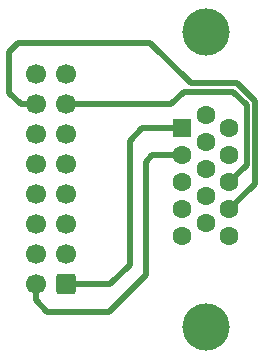
<source format=gbr>
%TF.GenerationSoftware,KiCad,Pcbnew,(5.99.0-11667-g1edb96cc5b)*%
%TF.CreationDate,2021-10-30T09:42:55+02:00*%
%TF.ProjectId,VGADE15toIDC16,56474144-4531-4357-946f-49444331362e,rev?*%
%TF.SameCoordinates,Original*%
%TF.FileFunction,Copper,L1,Top*%
%TF.FilePolarity,Positive*%
%FSLAX46Y46*%
G04 Gerber Fmt 4.6, Leading zero omitted, Abs format (unit mm)*
G04 Created by KiCad (PCBNEW (5.99.0-11667-g1edb96cc5b)) date 2021-10-30 09:42:55*
%MOMM*%
%LPD*%
G01*
G04 APERTURE LIST*
G04 Aperture macros list*
%AMRoundRect*
0 Rectangle with rounded corners*
0 $1 Rounding radius*
0 $2 $3 $4 $5 $6 $7 $8 $9 X,Y pos of 4 corners*
0 Add a 4 corners polygon primitive as box body*
4,1,4,$2,$3,$4,$5,$6,$7,$8,$9,$2,$3,0*
0 Add four circle primitives for the rounded corners*
1,1,$1+$1,$2,$3*
1,1,$1+$1,$4,$5*
1,1,$1+$1,$6,$7*
1,1,$1+$1,$8,$9*
0 Add four rect primitives between the rounded corners*
20,1,$1+$1,$2,$3,$4,$5,0*
20,1,$1+$1,$4,$5,$6,$7,0*
20,1,$1+$1,$6,$7,$8,$9,0*
20,1,$1+$1,$8,$9,$2,$3,0*%
G04 Aperture macros list end*
%TA.AperFunction,ComponentPad*%
%ADD10C,4.000000*%
%TD*%
%TA.AperFunction,ComponentPad*%
%ADD11R,1.600000X1.600000*%
%TD*%
%TA.AperFunction,ComponentPad*%
%ADD12C,1.600000*%
%TD*%
%TA.AperFunction,ComponentPad*%
%ADD13RoundRect,0.250000X0.600000X0.600000X-0.600000X0.600000X-0.600000X-0.600000X0.600000X-0.600000X0*%
%TD*%
%TA.AperFunction,ComponentPad*%
%ADD14C,1.700000*%
%TD*%
%TA.AperFunction,Conductor*%
%ADD15C,0.500000*%
%TD*%
G04 APERTURE END LIST*
D10*
%TO.P,J2,0*%
%TO.N,/GND*%
X126190000Y-109415000D03*
X126190000Y-134415000D03*
D11*
%TO.P,J2,1*%
%TO.N,/RED*%
X124140000Y-117600000D03*
D12*
%TO.P,J2,2*%
%TO.N,/GREEN*%
X124140000Y-119890000D03*
%TO.P,J2,3*%
%TO.N,/BLUE*%
X124140000Y-122180000D03*
%TO.P,J2,4*%
%TO.N,/NC*%
X124140000Y-124470000D03*
%TO.P,J2,5*%
%TO.N,/GND*%
X124140000Y-126760000D03*
%TO.P,J2,6*%
X126120000Y-116455000D03*
%TO.P,J2,7*%
X126120000Y-118745000D03*
%TO.P,J2,8*%
X126120000Y-121035000D03*
%TO.P,J2,9*%
%TO.N,/NC*%
X126120000Y-123325000D03*
%TO.P,J2,10*%
%TO.N,/GND*%
X126120000Y-125615000D03*
%TO.P,J2,11*%
%TO.N,/NC*%
X128100000Y-117600000D03*
%TO.P,J2,12*%
X128100000Y-119890000D03*
%TO.P,J2,13*%
%TO.N,/HSYNC*%
X128100000Y-122180000D03*
%TO.P,J2,14*%
%TO.N,/VSYNC*%
X128100000Y-124470000D03*
%TO.P,J2,15*%
%TO.N,/NC*%
X128100000Y-126760000D03*
%TD*%
D13*
%TO.P,J1,1,Pin_1*%
%TO.N,/RED*%
X114292500Y-130820000D03*
D14*
%TO.P,J1,2,Pin_2*%
%TO.N,/GREEN*%
X111752500Y-130820000D03*
%TO.P,J1,3,Pin_3*%
%TO.N,/BLUE*%
X114292500Y-128280000D03*
%TO.P,J1,4,Pin_4*%
%TO.N,/NC*%
X111752500Y-128280000D03*
%TO.P,J1,5,Pin_5*%
X114292500Y-125740000D03*
%TO.P,J1,6,Pin_6*%
%TO.N,/GND*%
X111752500Y-125740000D03*
%TO.P,J1,7,Pin_7*%
X114292500Y-123200000D03*
%TO.P,J1,8,Pin_8*%
X111752500Y-123200000D03*
%TO.P,J1,9,Pin_9*%
%TO.N,/NC*%
X114292500Y-120660000D03*
%TO.P,J1,10,Pin_10*%
%TO.N,/GND*%
X111752500Y-120660000D03*
%TO.P,J1,11,Pin_11*%
%TO.N,/NC*%
X114292500Y-118120000D03*
%TO.P,J1,12,Pin_12*%
X111752500Y-118120000D03*
%TO.P,J1,13,Pin_13*%
%TO.N,/HSYNC*%
X114292500Y-115580000D03*
%TO.P,J1,14,Pin_14*%
%TO.N,/VSYNC*%
X111752500Y-115580000D03*
%TO.P,J1,15,Pin_15*%
%TO.N,/NC*%
X114292500Y-113040000D03*
%TO.P,J1,16,Pin_16*%
%TO.N,/{slash}C1*%
X111752500Y-113040000D03*
%TD*%
D15*
%TO.N,/VSYNC*%
X109490000Y-114590000D02*
X109490000Y-111160000D01*
X111752500Y-115580000D02*
X110480000Y-115580000D01*
X121430000Y-110390000D02*
X124840480Y-113800480D01*
X130279520Y-122290480D02*
X128100000Y-124470000D01*
X110260000Y-110390000D02*
X121430000Y-110390000D01*
X124840480Y-113800480D02*
X128749751Y-113800481D01*
X109490000Y-111160000D02*
X110260000Y-110390000D01*
X130279520Y-115330250D02*
X130279520Y-122290480D01*
X110480000Y-115580000D02*
X109490000Y-114590000D01*
X128749751Y-113800481D02*
X130279520Y-115330250D01*
%TO.N,/HSYNC*%
X124270000Y-114500000D02*
X128460000Y-114500000D01*
X129580000Y-115620000D02*
X129580000Y-120700000D01*
X114292500Y-115580000D02*
X123190000Y-115580000D01*
X128460000Y-114500000D02*
X129580000Y-115620000D01*
X129580000Y-120700000D02*
X128100000Y-122180000D01*
X123190000Y-115580000D02*
X124270000Y-114500000D01*
%TO.N,/GREEN*%
X121040000Y-120450000D02*
X121600000Y-119890000D01*
X111752500Y-130820000D02*
X111752500Y-132162500D01*
X117950000Y-133130000D02*
X121040000Y-130040000D01*
X112720000Y-133130000D02*
X117950000Y-133130000D01*
X121600000Y-119890000D02*
X124140000Y-119890000D01*
X121040000Y-130040000D02*
X121040000Y-120450000D01*
X111752500Y-132162500D02*
X112720000Y-133130000D01*
%TO.N,/RED*%
X114292500Y-130820000D02*
X118040000Y-130820000D01*
X118040000Y-130820000D02*
X119710000Y-129150000D01*
X120760000Y-117600000D02*
X124140000Y-117600000D01*
X119710000Y-118650000D02*
X120760000Y-117600000D01*
X119710000Y-129150000D02*
X119710000Y-118650000D01*
%TD*%
M02*

</source>
